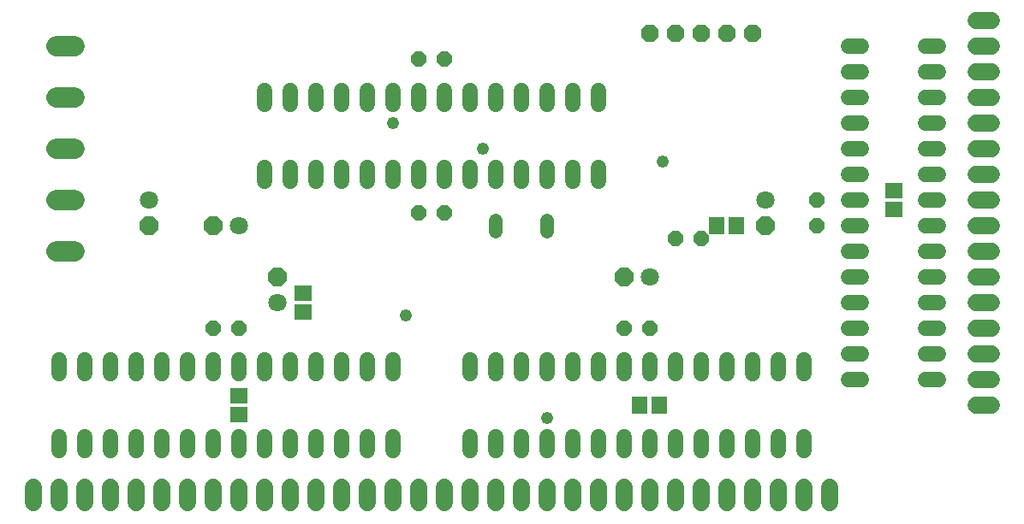
<source format=gbs>
G75*
%MOIN*%
%OFA0B0*%
%FSLAX24Y24*%
%IPPOS*%
%LPD*%
%AMOC8*
5,1,8,0,0,1.08239X$1,22.5*
%
%ADD10C,0.0600*%
%ADD11R,0.0710X0.0592*%
%ADD12OC8,0.0710*%
%ADD13C,0.0710*%
%ADD14OC8,0.0600*%
%ADD15C,0.0680*%
%ADD16C,0.0785*%
%ADD17R,0.0592X0.0710*%
%ADD18C,0.0520*%
%ADD19OC8,0.0680*%
%ADD20C,0.0480*%
D10*
X001850Y002840D02*
X001850Y003360D01*
X002850Y003360D02*
X002850Y002840D01*
X003850Y002840D02*
X003850Y003360D01*
X004850Y003360D02*
X004850Y002840D01*
X005850Y002840D02*
X005850Y003360D01*
X006850Y003360D02*
X006850Y002840D01*
X007850Y002840D02*
X007850Y003360D01*
X008850Y003360D02*
X008850Y002840D01*
X009850Y002840D02*
X009850Y003360D01*
X010850Y003360D02*
X010850Y002840D01*
X011850Y002840D02*
X011850Y003360D01*
X012850Y003360D02*
X012850Y002840D01*
X013850Y002840D02*
X013850Y003360D01*
X014850Y003360D02*
X014850Y002840D01*
X017850Y002840D02*
X017850Y003360D01*
X018850Y003360D02*
X018850Y002840D01*
X019850Y002840D02*
X019850Y003360D01*
X020850Y003360D02*
X020850Y002840D01*
X021850Y002840D02*
X021850Y003360D01*
X022850Y003360D02*
X022850Y002840D01*
X023850Y002840D02*
X023850Y003360D01*
X024850Y003360D02*
X024850Y002840D01*
X025850Y002840D02*
X025850Y003360D01*
X026850Y003360D02*
X026850Y002840D01*
X027850Y002840D02*
X027850Y003360D01*
X028850Y003360D02*
X028850Y002840D01*
X029850Y002840D02*
X029850Y003360D01*
X030850Y003360D02*
X030850Y002840D01*
X032590Y005600D02*
X033110Y005600D01*
X033110Y006600D02*
X032590Y006600D01*
X032590Y007600D02*
X033110Y007600D01*
X033110Y008600D02*
X032590Y008600D01*
X032590Y009600D02*
X033110Y009600D01*
X033110Y010600D02*
X032590Y010600D01*
X032590Y011600D02*
X033110Y011600D01*
X033110Y012600D02*
X032590Y012600D01*
X032590Y013600D02*
X033110Y013600D01*
X033110Y014600D02*
X032590Y014600D01*
X032590Y015600D02*
X033110Y015600D01*
X033110Y016600D02*
X032590Y016600D01*
X032590Y017600D02*
X033110Y017600D01*
X033110Y018600D02*
X032590Y018600D01*
X035590Y018600D02*
X036110Y018600D01*
X036110Y017600D02*
X035590Y017600D01*
X035590Y016600D02*
X036110Y016600D01*
X036110Y015600D02*
X035590Y015600D01*
X035590Y014600D02*
X036110Y014600D01*
X036110Y013600D02*
X035590Y013600D01*
X035590Y012600D02*
X036110Y012600D01*
X036110Y011600D02*
X035590Y011600D01*
X035590Y010600D02*
X036110Y010600D01*
X036110Y009600D02*
X035590Y009600D01*
X035590Y008600D02*
X036110Y008600D01*
X036110Y007600D02*
X035590Y007600D01*
X035590Y006600D02*
X036110Y006600D01*
X036110Y005600D02*
X035590Y005600D01*
X030850Y005840D02*
X030850Y006360D01*
X029850Y006360D02*
X029850Y005840D01*
X028850Y005840D02*
X028850Y006360D01*
X027850Y006360D02*
X027850Y005840D01*
X026850Y005840D02*
X026850Y006360D01*
X025850Y006360D02*
X025850Y005840D01*
X024850Y005840D02*
X024850Y006360D01*
X023850Y006360D02*
X023850Y005840D01*
X022850Y005840D02*
X022850Y006360D01*
X021850Y006360D02*
X021850Y005840D01*
X020850Y005840D02*
X020850Y006360D01*
X019850Y006360D02*
X019850Y005840D01*
X018850Y005840D02*
X018850Y006360D01*
X017850Y006360D02*
X017850Y005840D01*
X014850Y005840D02*
X014850Y006360D01*
X013850Y006360D02*
X013850Y005840D01*
X012850Y005840D02*
X012850Y006360D01*
X011850Y006360D02*
X011850Y005840D01*
X010850Y005840D02*
X010850Y006360D01*
X009850Y006360D02*
X009850Y005840D01*
X008850Y005840D02*
X008850Y006360D01*
X007850Y006360D02*
X007850Y005840D01*
X006850Y005840D02*
X006850Y006360D01*
X005850Y006360D02*
X005850Y005840D01*
X004850Y005840D02*
X004850Y006360D01*
X003850Y006360D02*
X003850Y005840D01*
X002850Y005840D02*
X002850Y006360D01*
X001850Y006360D02*
X001850Y005840D01*
X009850Y013340D02*
X009850Y013860D01*
X010850Y013860D02*
X010850Y013340D01*
X011850Y013340D02*
X011850Y013860D01*
X012850Y013860D02*
X012850Y013340D01*
X013850Y013340D02*
X013850Y013860D01*
X014850Y013860D02*
X014850Y013340D01*
X015850Y013340D02*
X015850Y013860D01*
X016850Y013860D02*
X016850Y013340D01*
X017850Y013340D02*
X017850Y013860D01*
X018850Y013860D02*
X018850Y013340D01*
X019850Y013340D02*
X019850Y013860D01*
X020850Y013860D02*
X020850Y013340D01*
X021850Y013340D02*
X021850Y013860D01*
X022850Y013860D02*
X022850Y013340D01*
X022850Y016340D02*
X022850Y016860D01*
X021850Y016860D02*
X021850Y016340D01*
X020850Y016340D02*
X020850Y016860D01*
X019850Y016860D02*
X019850Y016340D01*
X018850Y016340D02*
X018850Y016860D01*
X017850Y016860D02*
X017850Y016340D01*
X016850Y016340D02*
X016850Y016860D01*
X015850Y016860D02*
X015850Y016340D01*
X014850Y016340D02*
X014850Y016860D01*
X013850Y016860D02*
X013850Y016340D01*
X012850Y016340D02*
X012850Y016860D01*
X011850Y016860D02*
X011850Y016340D01*
X010850Y016340D02*
X010850Y016860D01*
X009850Y016860D02*
X009850Y016340D01*
D11*
X011350Y008974D03*
X011350Y008226D03*
X008850Y004974D03*
X008850Y004226D03*
X034350Y012226D03*
X034350Y012974D03*
D12*
X029350Y011600D03*
X023850Y009600D03*
X010350Y009600D03*
X007850Y011600D03*
X005350Y011600D03*
D13*
X005350Y012600D03*
X008850Y011600D03*
X010350Y008600D03*
X024850Y009600D03*
X029350Y012600D03*
D14*
X031350Y012600D03*
X031350Y011600D03*
X026850Y011100D03*
X025850Y011100D03*
X024850Y007600D03*
X023850Y007600D03*
X016850Y012100D03*
X015850Y012100D03*
X008850Y007600D03*
X007850Y007600D03*
X015850Y018100D03*
X016850Y018100D03*
D15*
X000850Y001400D02*
X000850Y000800D01*
X001850Y000800D02*
X001850Y001400D01*
X002850Y001400D02*
X002850Y000800D01*
X003850Y000800D02*
X003850Y001400D01*
X004850Y001400D02*
X004850Y000800D01*
X005850Y000800D02*
X005850Y001400D01*
X006850Y001400D02*
X006850Y000800D01*
X007850Y000800D02*
X007850Y001400D01*
X008850Y001400D02*
X008850Y000800D01*
X009850Y000800D02*
X009850Y001400D01*
X010850Y001400D02*
X010850Y000800D01*
X011850Y000800D02*
X011850Y001400D01*
X012850Y001400D02*
X012850Y000800D01*
X013850Y000800D02*
X013850Y001400D01*
X014850Y001400D02*
X014850Y000800D01*
X015850Y000800D02*
X015850Y001400D01*
X016850Y001400D02*
X016850Y000800D01*
X017850Y000800D02*
X017850Y001400D01*
X018850Y001400D02*
X018850Y000800D01*
X019850Y000800D02*
X019850Y001400D01*
X020850Y001400D02*
X020850Y000800D01*
X021850Y000800D02*
X021850Y001400D01*
X022850Y001400D02*
X022850Y000800D01*
X023850Y000800D02*
X023850Y001400D01*
X024850Y001400D02*
X024850Y000800D01*
X025850Y000800D02*
X025850Y001400D01*
X026850Y001400D02*
X026850Y000800D01*
X027850Y000800D02*
X027850Y001400D01*
X028850Y001400D02*
X028850Y000800D01*
X029850Y000800D02*
X029850Y001400D01*
X030850Y001400D02*
X030850Y000800D01*
X031850Y000800D02*
X031850Y001400D01*
X037550Y004600D02*
X038150Y004600D01*
X038150Y005600D02*
X037550Y005600D01*
X037550Y006600D02*
X038150Y006600D01*
X038150Y007600D02*
X037550Y007600D01*
X037550Y008600D02*
X038150Y008600D01*
X038150Y009600D02*
X037550Y009600D01*
X037550Y010600D02*
X038150Y010600D01*
X038150Y011600D02*
X037550Y011600D01*
X037550Y012600D02*
X038150Y012600D01*
X038150Y013600D02*
X037550Y013600D01*
X037550Y014600D02*
X038150Y014600D01*
X038150Y015600D02*
X037550Y015600D01*
X037550Y016600D02*
X038150Y016600D01*
X038150Y017600D02*
X037550Y017600D01*
X037550Y018600D02*
X038150Y018600D01*
X038150Y019600D02*
X037550Y019600D01*
D16*
X002453Y018600D02*
X001748Y018600D01*
X001748Y016600D02*
X002453Y016600D01*
X002453Y014600D02*
X001748Y014600D01*
X001748Y012600D02*
X002453Y012600D01*
X002453Y010600D02*
X001748Y010600D01*
D17*
X024476Y004600D03*
X025224Y004600D03*
X027476Y011600D03*
X028224Y011600D03*
D18*
X020850Y011380D02*
X020850Y011820D01*
X018850Y011820D02*
X018850Y011380D01*
D19*
X024850Y019100D03*
X025850Y019100D03*
X026850Y019100D03*
X027850Y019100D03*
X028850Y019100D03*
D20*
X025350Y014100D03*
X018350Y014600D03*
X014850Y015600D03*
X015350Y008100D03*
X020850Y004100D03*
M02*

</source>
